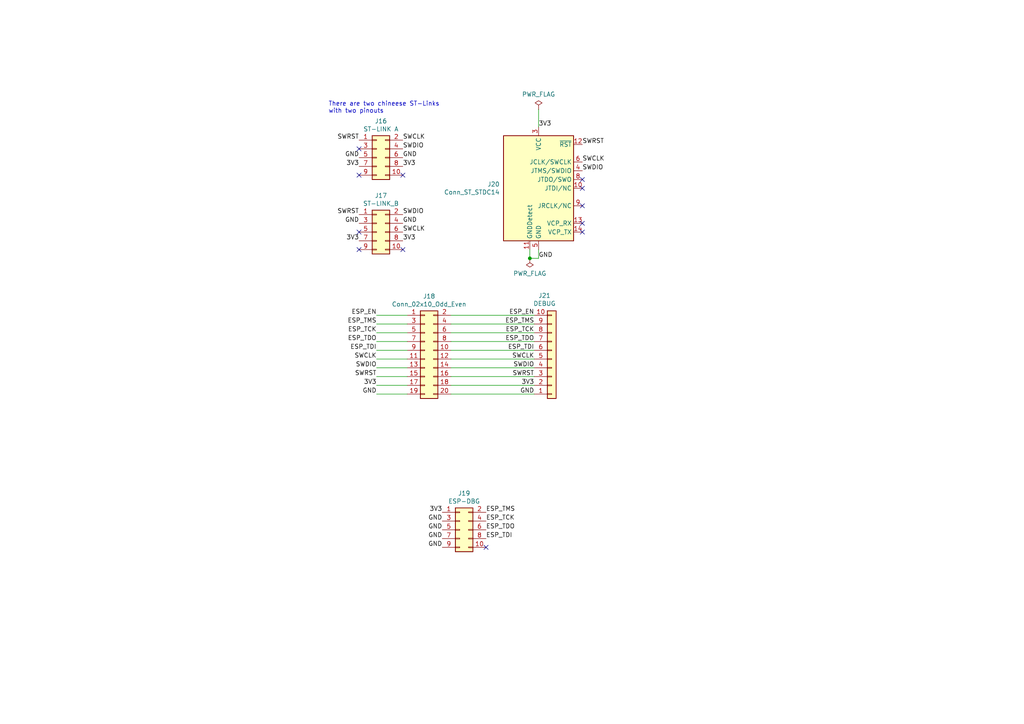
<source format=kicad_sch>
(kicad_sch (version 20211123) (generator eeschema)
  (paper "A4")
  (lib_symbols
    (symbol "Connector:Conn_ST_STDC14"
      (property "Reference" "J" (at -8.89 16.51 0))
      (property "Value" "Connector_Conn_ST_STDC14" (at 17.78 16.51 0))
      (symbol "Conn_ST_STDC14_0_1"
        (rectangle (start -10.16 15.24) (end 10.16 -15.24) (stroke (width 0.254)) (fill (type background)))
      )
      (symbol "Conn_ST_STDC14_1_1"
        (pin no_connect line (at -10.16 5.08 0) (length 2.54) hide (name "NC") (number "1"))
        (pin output line (at 12.7 0 180) (length 2.54) (name "JTDI/NC") (number "10"))
        (pin passive line (at -2.54 -17.78 90) (length 2.54) (name "GNDDetect") (number "11"))
        (pin open_collector line (at 12.7 12.7 180) (length 2.54) (name "~{RST}") (number "12"))
        (pin output line (at 12.7 -10.16 180) (length 2.54) (name "VCP_RX") (number "13"))
        (pin input line (at 12.7 -12.7 180) (length 2.54) (name "VCP_TX") (number "14"))
        (pin no_connect line (at -10.16 2.54 0) (length 2.54) hide (name "NC") (number "2"))
        (pin power_in line (at 0 17.78 270) (length 2.54) (name "VCC") (number "3"))
        (pin bidirectional line (at 12.7 5.08 180) (length 2.54) (name "JTMS/SWDIO") (number "4"))
        (pin power_in line (at 0 -17.78 90) (length 2.54) (name "GND") (number "5"))
        (pin output line (at 12.7 7.62 180) (length 2.54) (name "JCLK/SWCLK") (number "6"))
        (pin passive line (at 0 -17.78 90) (length 2.54) hide (name "GND") (number "7"))
        (pin input line (at 12.7 2.54 180) (length 2.54) (name "JTDO/SWO") (number "8"))
        (pin input line (at 12.7 -5.08 180) (length 2.54) (name "JRCLK/NC") (number "9"))
      )
    )
    (symbol "Connector_Generic:Conn_01x10" (pin_names (offset 1.016) hide)
      (property "Reference" "J" (at 0 12.7 0))
      (property "Value" "Connector_Generic_Conn_01x10" (at 0 -15.24 0))
      (symbol "Conn_01x10_1_1"
        (rectangle (start -1.27 -12.573) (end 0 -12.827) (stroke (width 0.1524)))
        (rectangle (start -1.27 -10.033) (end 0 -10.287) (stroke (width 0.1524)))
        (rectangle (start -1.27 -7.493) (end 0 -7.747) (stroke (width 0.1524)))
        (rectangle (start -1.27 -4.953) (end 0 -5.207) (stroke (width 0.1524)))
        (rectangle (start -1.27 -2.413) (end 0 -2.667) (stroke (width 0.1524)))
        (rectangle (start -1.27 0.127) (end 0 -0.127) (stroke (width 0.1524)))
        (rectangle (start -1.27 2.667) (end 0 2.413) (stroke (width 0.1524)))
        (rectangle (start -1.27 5.207) (end 0 4.953) (stroke (width 0.1524)))
        (rectangle (start -1.27 7.747) (end 0 7.493) (stroke (width 0.1524)))
        (rectangle (start -1.27 10.287) (end 0 10.033) (stroke (width 0.1524)))
        (rectangle (start -1.27 11.43) (end 1.27 -13.97) (stroke (width 0.254)) (fill (type background)))
        (pin passive line (at -5.08 10.16 0) (length 3.81) (name "Pin_1") (number "1"))
        (pin passive line (at -5.08 -12.7 0) (length 3.81) (name "Pin_10") (number "10"))
        (pin passive line (at -5.08 7.62 0) (length 3.81) (name "Pin_2") (number "2"))
        (pin passive line (at -5.08 5.08 0) (length 3.81) (name "Pin_3") (number "3"))
        (pin passive line (at -5.08 2.54 0) (length 3.81) (name "Pin_4") (number "4"))
        (pin passive line (at -5.08 0 0) (length 3.81) (name "Pin_5") (number "5"))
        (pin passive line (at -5.08 -2.54 0) (length 3.81) (name "Pin_6") (number "6"))
        (pin passive line (at -5.08 -5.08 0) (length 3.81) (name "Pin_7") (number "7"))
        (pin passive line (at -5.08 -7.62 0) (length 3.81) (name "Pin_8") (number "8"))
        (pin passive line (at -5.08 -10.16 0) (length 3.81) (name "Pin_9") (number "9"))
      )
    )
    (symbol "Connector_Generic:Conn_02x05_Odd_Even" (pin_names (offset 1.016) hide)
      (property "Reference" "J" (at 1.27 7.62 0))
      (property "Value" "Connector_Generic_Conn_02x05_Odd_Even" (at 1.27 -7.62 0))
      (symbol "Conn_02x05_Odd_Even_1_1"
        (rectangle (start -1.27 -4.953) (end 0 -5.207) (stroke (width 0.1524)))
        (rectangle (start -1.27 -2.413) (end 0 -2.667) (stroke (width 0.1524)))
        (rectangle (start -1.27 0.127) (end 0 -0.127) (stroke (width 0.1524)))
        (rectangle (start -1.27 2.667) (end 0 2.413) (stroke (width 0.1524)))
        (rectangle (start -1.27 5.207) (end 0 4.953) (stroke (width 0.1524)))
        (rectangle (start -1.27 6.35) (end 3.81 -6.35) (stroke (width 0.254)) (fill (type background)))
        (rectangle (start 3.81 -4.953) (end 2.54 -5.207) (stroke (width 0.1524)))
        (rectangle (start 3.81 -2.413) (end 2.54 -2.667) (stroke (width 0.1524)))
        (rectangle (start 3.81 0.127) (end 2.54 -0.127) (stroke (width 0.1524)))
        (rectangle (start 3.81 2.667) (end 2.54 2.413) (stroke (width 0.1524)))
        (rectangle (start 3.81 5.207) (end 2.54 4.953) (stroke (width 0.1524)))
        (pin passive line (at -5.08 5.08 0) (length 3.81) (name "Pin_1") (number "1"))
        (pin passive line (at 7.62 -5.08 180) (length 3.81) (name "Pin_10") (number "10"))
        (pin passive line (at 7.62 5.08 180) (length 3.81) (name "Pin_2") (number "2"))
        (pin passive line (at -5.08 2.54 0) (length 3.81) (name "Pin_3") (number "3"))
        (pin passive line (at 7.62 2.54 180) (length 3.81) (name "Pin_4") (number "4"))
        (pin passive line (at -5.08 0 0) (length 3.81) (name "Pin_5") (number "5"))
        (pin passive line (at 7.62 0 180) (length 3.81) (name "Pin_6") (number "6"))
        (pin passive line (at -5.08 -2.54 0) (length 3.81) (name "Pin_7") (number "7"))
        (pin passive line (at 7.62 -2.54 180) (length 3.81) (name "Pin_8") (number "8"))
        (pin passive line (at -5.08 -5.08 0) (length 3.81) (name "Pin_9") (number "9"))
      )
    )
    (symbol "Connector_Generic:Conn_02x10_Odd_Even" (pin_names (offset 1.016) hide)
      (property "Reference" "J" (at 1.27 12.7 0))
      (property "Value" "Connector_Generic_Conn_02x10_Odd_Even" (at 1.27 -15.24 0))
      (symbol "Conn_02x10_Odd_Even_1_1"
        (rectangle (start -1.27 -12.573) (end 0 -12.827) (stroke (width 0.1524)))
        (rectangle (start -1.27 -10.033) (end 0 -10.287) (stroke (width 0.1524)))
        (rectangle (start -1.27 -7.493) (end 0 -7.747) (stroke (width 0.1524)))
        (rectangle (start -1.27 -4.953) (end 0 -5.207) (stroke (width 0.1524)))
        (rectangle (start -1.27 -2.413) (end 0 -2.667) (stroke (width 0.1524)))
        (rectangle (start -1.27 0.127) (end 0 -0.127) (stroke (width 0.1524)))
        (rectangle (start -1.27 2.667) (end 0 2.413) (stroke (width 0.1524)))
        (rectangle (start -1.27 5.207) (end 0 4.953) (stroke (width 0.1524)))
        (rectangle (start -1.27 7.747) (end 0 7.493) (stroke (width 0.1524)))
        (rectangle (start -1.27 10.287) (end 0 10.033) (stroke (width 0.1524)))
        (rectangle (start -1.27 11.43) (end 3.81 -13.97) (stroke (width 0.254)) (fill (type background)))
        (rectangle (start 3.81 -12.573) (end 2.54 -12.827) (stroke (width 0.1524)))
        (rectangle (start 3.81 -10.033) (end 2.54 -10.287) (stroke (width 0.1524)))
        (rectangle (start 3.81 -7.493) (end 2.54 -7.747) (stroke (width 0.1524)))
        (rectangle (start 3.81 -4.953) (end 2.54 -5.207) (stroke (width 0.1524)))
        (rectangle (start 3.81 -2.413) (end 2.54 -2.667) (stroke (width 0.1524)))
        (rectangle (start 3.81 0.127) (end 2.54 -0.127) (stroke (width 0.1524)))
        (rectangle (start 3.81 2.667) (end 2.54 2.413) (stroke (width 0.1524)))
        (rectangle (start 3.81 5.207) (end 2.54 4.953) (stroke (width 0.1524)))
        (rectangle (start 3.81 7.747) (end 2.54 7.493) (stroke (width 0.1524)))
        (rectangle (start 3.81 10.287) (end 2.54 10.033) (stroke (width 0.1524)))
        (pin passive line (at -5.08 10.16 0) (length 3.81) (name "Pin_1") (number "1"))
        (pin passive line (at 7.62 0 180) (length 3.81) (name "Pin_10") (number "10"))
        (pin passive line (at -5.08 -2.54 0) (length 3.81) (name "Pin_11") (number "11"))
        (pin passive line (at 7.62 -2.54 180) (length 3.81) (name "Pin_12") (number "12"))
        (pin passive line (at -5.08 -5.08 0) (length 3.81) (name "Pin_13") (number "13"))
        (pin passive line (at 7.62 -5.08 180) (length 3.81) (name "Pin_14") (number "14"))
        (pin passive line (at -5.08 -7.62 0) (length 3.81) (name "Pin_15") (number "15"))
        (pin passive line (at 7.62 -7.62 180) (length 3.81) (name "Pin_16") (number "16"))
        (pin passive line (at -5.08 -10.16 0) (length 3.81) (name "Pin_17") (number "17"))
        (pin passive line (at 7.62 -10.16 180) (length 3.81) (name "Pin_18") (number "18"))
        (pin passive line (at -5.08 -12.7 0) (length 3.81) (name "Pin_19") (number "19"))
        (pin passive line (at 7.62 10.16 180) (length 3.81) (name "Pin_2") (number "2"))
        (pin passive line (at 7.62 -12.7 180) (length 3.81) (name "Pin_20") (number "20"))
        (pin passive line (at -5.08 7.62 0) (length 3.81) (name "Pin_3") (number "3"))
        (pin passive line (at 7.62 7.62 180) (length 3.81) (name "Pin_4") (number "4"))
        (pin passive line (at -5.08 5.08 0) (length 3.81) (name "Pin_5") (number "5"))
        (pin passive line (at 7.62 5.08 180) (length 3.81) (name "Pin_6") (number "6"))
        (pin passive line (at -5.08 2.54 0) (length 3.81) (name "Pin_7") (number "7"))
        (pin passive line (at 7.62 2.54 180) (length 3.81) (name "Pin_8") (number "8"))
        (pin passive line (at -5.08 0 0) (length 3.81) (name "Pin_9") (number "9"))
      )
    )
    (symbol "power:PWR_FLAG" (power) (pin_numbers hide) (pin_names (offset 0) hide)
      (property "Value" "power_PWR_FLAG" (at 0 3.81 0))
      (symbol "PWR_FLAG_0_0"
        (pin power_out line (at 0 0 90) (length 0) (name "pwr") (number "1"))
      )
      (symbol "PWR_FLAG_0_1"
        (polyline (pts (xy 0 0) (xy 0 1.27) (xy -1.016 1.905) (xy 0 2.54) (xy 1.016 1.905) (xy 0 1.27)))
      )
    )
  )
  (junction (at 153.67 74.93))
  (no_connect (at 104.14 67.31))
  (no_connect (at 140.97 158.75))
  (no_connect (at 116.84 72.39))
  (no_connect (at 168.91 64.77))
  (no_connect (at 168.91 54.61))
  (no_connect (at 104.14 72.39))
  (no_connect (at 168.91 67.31))
  (no_connect (at 116.84 50.8))
  (no_connect (at 168.91 59.69))
  (no_connect (at 104.14 50.8))
  (no_connect (at 168.91 52.07))
  (no_connect (at 104.14 43.18))
  (wire (pts (xy 154.94 106.68) (xy 130.81 106.68)))
  (wire (pts (xy 154.94 111.76) (xy 130.81 111.76)))
  (wire (pts (xy 118.11 114.3) (xy 109.22 114.3)))
  (wire (pts (xy 130.81 93.98) (xy 154.94 93.98)))
  (wire (pts (xy 118.11 99.06) (xy 109.22 99.06)))
  (wire (pts (xy 154.94 96.52) (xy 130.81 96.52)))
  (wire (pts (xy 130.81 109.22) (xy 154.94 109.22)))
  (wire (pts (xy 118.11 106.68) (xy 109.22 106.68)))
  (wire (pts (xy 154.94 101.6) (xy 130.81 101.6)))
  (wire (pts (xy 156.21 31.75) (xy 156.21 36.83)))
  (wire (pts (xy 130.81 99.06) (xy 154.94 99.06)))
  (wire (pts (xy 118.11 96.52) (xy 109.22 96.52)))
  (wire (pts (xy 118.11 109.22) (xy 109.22 109.22)))
  (wire (pts (xy 118.11 104.14) (xy 109.22 104.14)))
  (wire (pts (xy 118.11 91.44) (xy 109.22 91.44)))
  (wire (pts (xy 153.67 74.93) (xy 156.21 74.93)))
  (wire (pts (xy 130.81 114.3) (xy 154.94 114.3)))
  (wire (pts (xy 118.11 101.6) (xy 109.22 101.6)))
  (wire (pts (xy 118.11 93.98) (xy 109.22 93.98)))
  (wire (pts (xy 153.67 72.39) (xy 153.67 74.93)))
  (wire (pts (xy 118.11 111.76) (xy 109.22 111.76)))
  (wire (pts (xy 130.81 104.14) (xy 154.94 104.14)))
  (wire (pts (xy 130.81 91.44) (xy 154.94 91.44)))
  (wire (pts (xy 156.21 74.93) (xy 156.21 72.39)))
  (text "There are two chineese ST-Links\nwith two pinouts" (at 95.25 33.02 0) (effects (font (size 1.27 1.27)) (justify left bottom)))
  (label "ESP_TMS" (at 154.94 93.98 180))
  (label "ESP_TCK" (at 109.22 96.52 180))
  (label "ESP_EN" (at 109.22 91.44 180))
  (label "SWRST" (at 109.22 109.22 180))
  (label "3V3" (at 116.84 69.85 0))
  (label "SWDIO" (at 168.91 49.53 0))
  (label "3V3" (at 154.94 111.76 180))
  (label "ESP_TMS" (at 109.22 93.98 180))
  (label "GND" (at 128.27 156.21 180))
  (label "GND" (at 116.84 64.77 0))
  (label "ESP_TCK" (at 154.94 96.52 180))
  (label "GND" (at 128.27 158.75 180))
  (label "GND" (at 104.14 45.72 180))
  (label "ESP_TDO" (at 140.97 153.67 0))
  (label "SWRST" (at 104.14 40.64 180))
  (label "ESP_TDO" (at 109.22 99.06 180))
  (label "GND" (at 104.14 64.77 180))
  (label "SWCLK" (at 168.91 46.99 0))
  (label "SWCLK" (at 154.94 104.14 180))
  (label "GND" (at 128.27 151.13 180))
  (label "ESP_EN" (at 154.94 91.44 180))
  (label "SWRST" (at 154.94 109.22 180))
  (label "SWRST" (at 104.14 62.23 180))
  (label "SWRST" (at 168.91 41.91 0))
  (label "3V3" (at 109.22 111.76 180))
  (label "3V3" (at 104.14 48.26 180))
  (label "SWDIO" (at 109.22 106.68 180))
  (label "SWCLK" (at 116.84 40.64 0))
  (label "SWCLK" (at 109.22 104.14 180))
  (label "SWDIO" (at 116.84 43.18 0))
  (label "3V3" (at 128.27 148.59 180))
  (label "GND" (at 154.94 114.3 180))
  (label "GND" (at 156.21 74.93 0))
  (label "ESP_TDO" (at 154.94 99.06 180))
  (label "GND" (at 109.22 114.3 180))
  (label "ESP_TMS" (at 140.97 148.59 0))
  (label "SWDIO" (at 154.94 106.68 180))
  (label "GND" (at 116.84 45.72 0))
  (label "3V3" (at 104.14 69.85 180))
  (label "3V3" (at 116.84 48.26 0))
  (label "3V3" (at 156.21 36.83 0))
  (label "SWDIO" (at 116.84 62.23 0))
  (label "ESP_TDI" (at 154.94 101.6 180))
  (label "GND" (at 128.27 153.67 180))
  (label "ESP_TDI" (at 140.97 156.21 0))
  (label "ESP_TDI" (at 109.22 101.6 180))
  (label "ESP_TCK" (at 140.97 151.13 0))
  (label "SWCLK" (at 116.84 67.31 0))
  (symbol (lib_id "Connector_Generic:Conn_01x10") (at 160.02 104.14 0) (mirror x) (unit 1)
    (property "Reference" "J21" (at 157.9372 85.725 0))
    (property "Value" "DEBUG" (at 157.9372 88.0364 0))
    (property "Footprint" "Connector_FFC-FPC:Hirose_FH12-10S-0.5SH_1x10-1MP_P0.50mm_Horizontal" (effects hide))
    (property "MFR" "FH12-10S-0.5SH(55)" (effects hide))
    (property "MFR_QTY" "1" (effects hide))
    (property "JLCPCB_IGNORE" "YES" (effects hide))
  )
  (symbol (lib_id "Connector_Generic:Conn_02x10_Odd_Even") (at 123.19 101.6 0) (unit 1)
    (property "Reference" "J18" (at 124.46 85.9282 0))
    (property "Value" "Conn_02x10_Odd_Even" (at 124.46 88.2396 0))
    (property "Footprint" "Connector_PinSocket_2.54mm:PinSocket_2x10_P2.54mm_Vertical" (effects hide))
    (property "JLCPCB_IGNORE" "YES" (effects hide))
  )
  (symbol (lib_id "Connector_Generic:Conn_02x05_Odd_Even") (at 109.22 45.72 0) (unit 1)
    (property "Reference" "J16" (at 110.49 35.1282 0))
    (property "Value" "ST-LINK A" (at 110.49 37.4396 0))
    (property "Footprint" "Connector_IDC:IDC-Header_2x05_P2.54mm_Vertical" (effects hide))
    (property "MFR" "75869-101LF" (effects hide))
    (property "MFR_QTY" "1" (effects hide))
    (property "JLCPCB_IGNORE" "YES" (effects hide))
  )
  (symbol (lib_id "Connector_Generic:Conn_02x05_Odd_Even") (at 109.22 67.31 0) (unit 1)
    (property "Reference" "J17" (at 110.49 56.7182 0))
    (property "Value" "ST-LINK_B" (at 110.49 59.0296 0))
    (property "Footprint" "Connector_IDC:IDC-Header_2x05_P2.54mm_Vertical" (effects hide))
    (property "MFR" "75869-101LF" (effects hide))
    (property "MFR_QTY" "1" (effects hide))
    (property "JLCPCB_IGNORE" "YES" (effects hide))
  )
  (symbol (lib_id "Connector:Conn_ST_STDC14") (at 156.21 54.61 0) (unit 1)
    (property "Reference" "J20" (at 144.9578 53.4416 0) (effects (justify right)))
    (property "Value" "Conn_ST_STDC14" (at 144.9578 55.753 0) (effects (justify right)))
    (property "Footprint" "Connector_PinSocket_1.27mm:PinSocket_2x07_P1.27mm_Vertical_SMD" (effects hide))
    (property "Datasheet" "https://www.st.com/content/ccc/resource/technical/document/user_manual/group1/99/49/91/b6/b2/3a/46/e5/DM00526767/files/DM00526767.pdf/jcr:content/translations/en.DM00526767.pdf" (effects hide))
    (property "MFR" "FTSH-107-01-L-DV-K-A" (effects hide))
    (property "MFR_QTY" "1" (effects hide))
    (property "JLCPCB_IGNORE" "YES" (effects hide))
  )
  (symbol (lib_id "Connector_Generic:Conn_02x05_Odd_Even") (at 133.35 153.67 0) (unit 1)
    (property "Reference" "J19" (at 134.62 143.0782 0))
    (property "Value" "ESP-DBG" (at 134.62 145.3896 0))
    (property "Footprint" "Connector_IDC:IDC-Header_2x05_P2.54mm_Vertical" (effects hide))
    (property "MFR" "75869-101LF" (effects hide))
    (property "MFR_QTY" "1" (effects hide))
    (property "JLCPCB_IGNORE" "YES" (effects hide))
  )
  (symbol (lib_id "power:PWR_FLAG") (at 153.67 74.93 180) (unit 1)
    (property "Reference" "#FLG0105" (effects hide))
    (property "Value" "PWR_FLAG" (at 153.67 79.3242 0))
  )
  (symbol (lib_id "power:PWR_FLAG") (at 156.21 31.75 0) (unit 1)
    (property "Reference" "#FLG0108" (effects hide))
    (property "Value" "PWR_FLAG" (at 156.21 27.3558 0))
  )
)
</source>
